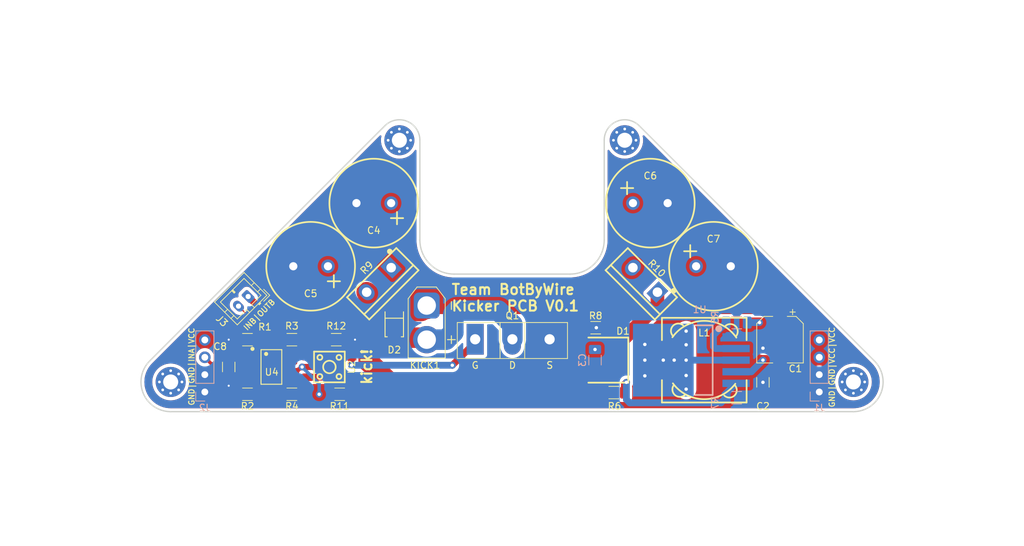
<source format=kicad_pcb>
(kicad_pcb (version 20240108) (generator "pcbnew") (generator_version "8.0")
  (layers (0 "F.Cu" signal) (31 "B.Cu" signal) (34 "B.Paste" user) (35 "F.Paste" user) (36 "B.SilkS" user "B.Silkscreen") (37 "F.SilkS" user "F.Silkscreen") (38 "B.Mask" user) (39 "F.Mask" user) (44 "Edge.Cuts" user))
  (net 0 "")
  (net 1 "VCC")
  (net 2 "GND")
  (net 3 "+48V")
  (net 4 "CAP_VCC")
  (net 5 "/OUTA")
  (net 6 "/INA")
  (net 7 "/INB")
  (net 8 "Net-(U4-~{OUTA})")
  (net 9 "Net-(U4-~{OUTB})")
  (net 10 "/OUTB")
  (net 13 "Net-(R11-Pad2)")
  (net 32 "Net-(D1-A-Pad1)")
  (net 33 "Net-(U1-EN)")
  (net 34 "/FB")
  (net 53 "Net-(D2-A)")
  (footprint "EasyEDA:CAP-TH_BD13.0-P5.00-D1.2-FD" (layer "F.Cu") (at -29.5 -21.295 180)
    (property "Reference" "C5" (at 0 -4 0) (layer "F.SilkS"))
    (property "Value" "1000uF")
    (fp_line (start -3.4 -3.1) (end -3.4 -1.3) (stroke (width 0.25)) (layer "F.SilkS"))
    (fp_line (start -4.3 -2.2) (end -2.5 -2.2) (stroke (width 0.25)) (layer "F.SilkS"))
    (fp_circle (center 0 0) (end 6.5 0) (stroke (width 0.25)) (fill none) (layer "F.SilkS"))
    (pad "1" thru_hole circle (at -2.54 0 180) (size 2 2) (drill 1.199896) (layers "*.Cu" "*.Mask") (net 4 "CAP_VCC"))
    (pad "2" thru_hole circle (at 2.54 0 180) (size 2 2) (drill 1.199896) (layers "*.Cu" "*.Mask") (net 2 "GND"))
  )
  (footprint "EasyEDA:SW-SMD_4P-L4.5-W4.5-P3.00-LS6.8" (layer "F.Cu") (at -26.75 -6.545)
    (property "Reference" "U2" (at 3.25 0 90) (layer "F.SilkS"))
    (property "Value" "TS4535TP 250GF 009")
    (fp_line (start -2.25 -2.25) (end 2.25 -2.25) (stroke (width 0.25)) (layer "F.SilkS"))
    (fp_line (start -2.25 2.25) (end -2.25 -2.25) (stroke (width 0.25)) (layer "F.SilkS"))
    (fp_line (start 2.25 -2.25) (end 2.25 2.25) (stroke (width 0.25)) (layer "F.SilkS"))
    (fp_line (start 2.25 2.25) (end -2.25 2.25) (stroke (width 0.25)) (layer "F.SilkS"))
    (fp_circle (center -1.4 -1.4) (end -1.04 -1.4) (stroke (width 0.25)) (fill none) (layer "F.SilkS"))
    (fp_circle (center -1.4 1.4) (end -1.04 1.4) (stroke (width 0.25)) (fill none) (layer "F.SilkS"))
    (fp_circle (center 0 0) (end 0.92 0) (stroke (width 0.25)) (fill none) (layer "F.SilkS"))
    (fp_circle (center 1.4 -1.4) (end 1.76 -1.4) (stroke (width 0.25)) (fill none) (layer "F.SilkS"))
    (fp_circle (center 1.4 1.4) (end 1.76 1.4) (stroke (width 0.25)) (fill none) (layer "F.SilkS"))
    (pad "1" smd rect (at -3.25 -1.5) (size 1.4 1.1) (layers "F.Cu" "F.Paste" "F.Mask") (net 5 "/OUTA"))
    (pad "2" smd rect (at 3.25 -1.5) (size 1.4 1.1) (layers "F.Cu" "F.Paste" "F.Mask") (net 5 "/OUTA"))
    (pad "3" smd rect (at -3.25 1.5) (size 1.4 1.1) (layers "F.Cu" "F.Paste" "F.Mask") (net 13 "Net-(R11-Pad2)"))
    (pad "4" smd rect (at 3.25 1.5) (size 1.4 1.1) (layers "F.Cu" "F.Paste" "F.Mask") (net 13 "Net-(R11-Pad2)"))
  )
  (footprint "Resistor_SMD:R_1206_3216Metric_Pad1.30x1.75mm_HandSolder" (layer "F.Cu") (at 12.25 -12.295)
    (property "Reference" "R8" (at 0 -1.75 180) (layer "F.SilkS"))
    (property "Value" "10kR")
    (fp_line (start -0.727064 -0.91) (end 0.727064 -0.91) (stroke (width 0.12)) (layer "F.SilkS"))
    (fp_line (start -0.727064 0.91) (end 0.727064 0.91) (stroke (width 0.12)) (layer "F.SilkS"))
    (pad "1" smd roundrect (at -1.55 0) (size 1.3 1.75) (layers "F.Cu" "F.Paste" "F.Mask") (roundrect_rratio 0.192308) (net 3 "+48V"))
    (pad "2" smd roundrect (at 1.55 0) (size 1.3 1.75) (layers "F.Cu" "F.Paste" "F.Mask") (roundrect_rratio 0.192308) (net 2 "GND"))
  )
  (footprint "EasyEDA:CAP-TH_BD13.0-P5.00-D1.2-FD" (layer "F.Cu") (at 29.5 -21.295)
    (property "Reference" "C7" (at 0 -4 0) (layer "F.SilkS"))
    (property "Value" "1000uF")
    (fp_line (start -4.3 -2.2) (end -2.5 -2.2) (stroke (width 0.25)) (layer "F.SilkS"))
    (fp_line (start -3.4 -3.1) (end -3.4 -1.3) (stroke (width 0.25)) (layer "F.SilkS"))
    (fp_circle (center 0 0) (end 6.5 0) (stroke (width 0.25)) (fill none) (layer "F.SilkS"))
    (pad "1" thru_hole circle (at -2.54 0) (size 2 2) (drill 1.199896) (layers "*.Cu" "*.Mask") (net 4 "CAP_VCC"))
    (pad "2" thru_hole circle (at 2.54 0) (size 2 2) (drill 1.199896) (layers "*.Cu" "*.Mask") (net 2 "GND"))
  )
  (footprint "EasyEDA:TO-220-2L_L10.2-W4.6-P5.08-L" (layer "F.Cu") (at -19.5 -19.295 -135)
    (property "Reference" "R9" (at 0 2.5 -135) (layer "F.SilkS"))
    (property "Value" "50R")
    (fp_line (start 5.100001 -3.1) (end 5.1 1.5) (stroke (width 0.25)) (layer "F.SilkS"))
    (fp_line (start 5.100001 -3.1) (end -5.100001 -3.1) (stroke (width 0.25)) (layer "F.SilkS"))
    (fp_line (start -5.1 1.5) (end 5.1 1.5) (stroke (width 0.25)) (layer "F.SilkS"))
    (fp_line (start -5.08 -2.03) (end 5.1 -2.03) (stroke (width 0.25)) (layer "F.SilkS"))
    (fp_line (start -5.100001 -3.1) (end -5.1 1.5) (stroke (width 0.25)) (layer "F.SilkS"))
    (fp_arc (start -4.07 1.83) (mid -4.07 1.83) (end -4.07 1.83) (stroke (width 0.4)) (layer "F.SilkS"))
    (pad "1" thru_hole rect (at -2.54 0 225) (size 2 2.5) (drill 1.399997) (layers "*.Cu" "*.Mask") (net 4 "CAP_VCC"))
    (pad "2" thru_hole oval (at 2.54 0 225) (size 2 2.5) (drill 1.399997) (layers "*.Cu" "*.Mask") (net 3 "+48V"))
  )
  (footprint "Resistor_SMD:R_1206_3216Metric_Pad1.30x1.75mm_HandSolder" (layer "F.Cu") (at 14.904764 -2.795)
    (property "Reference" "R6" (at 0.095236 2 180) (layer "F.SilkS"))
    (property "Value" "73.2kR")
    (fp_line (start -0.727064 -0.91) (end 0.727064 -0.91) (stroke (width 0.12)) (layer "F.SilkS"))
    (fp_line (start -0.727064 0.91) (end 0.727064 0.91) (stroke (width 0.12)) (layer "F.SilkS"))
    (pad "1" smd roundrect (at -1.55 0) (size 1.3 1.75) (layers "F.Cu" "F.Paste" "F.Mask") (roundrect_rratio 0.192308) (net 3 "+48V"))
    (pad "2" smd roundrect (at 1.55 0) (size 1.3 1.75) (layers "F.Cu" "F.Paste" "F.Mask") (roundrect_rratio 0.192308) (net 34 "/FB"))
  )
  (footprint "MountingHole:MountingHole_2.2mm_M2_Pad_Via" (layer "F.Cu") (at -16.50305 -39.75)
    (property "Reference" "H1" (hide yes))
    (property "Value" "MountingHole_Pad")
    (pad "1" thru_hole circle (at -1.65 0) (size 0.7 0.7) (drill 0.4) (layers "*.Cu" "*.Mask"))
    (pad "1" thru_hole circle (at -1.166726 -1.166726) (size 0.7 0.7) (drill 0.4) (layers "*.Cu" "*.Mask"))
    (pad "1" thru_hole circle (at -1.166726 1.166726) (size 0.7 0.7) (drill 0.4) (layers "*.Cu" "*.Mask"))
    (pad "1" thru_hole circle (at 0 -1.65) (size 0.7 0.7) (drill 0.4) (layers "*.Cu" "*.Mask"))
    (pad "1" thru_hole circle (at 0 0) (size 4.4 4.4) (drill 2.2) (layers "*.Cu" "*.Mask"))
    (pad "1" thru_hole circle (at 0 1.65) (size 0.7 0.7) (drill 0.4) (layers "*.Cu" "*.Mask"))
    (pad "1" thru_hole circle (at 1.166726 -1.166726) (size 0.7 0.7) (drill 0.4) (layers "*.Cu" "*.Mask"))
    (pad "1" thru_hole circle (at 1.166726 1.166726) (size 0.7 0.7) (drill 0.4) (layers "*.Cu" "*.Mask"))
    (pad "1" thru_hole circle (at 1.65 0) (size 0.7 0.7) (drill 0.4) (layers "*.Cu" "*.Mask"))
  )
  (footprint "MountingHole:MountingHole_2.2mm_M2_Pad_Via" (layer "F.Cu") (at 16.50305 -39.75)
    (property "Reference" "H2" (hide yes))
    (property "Value" "MountingHole_Pad")
    (pad "1" thru_hole circle (at -1.65 0) (size 0.7 0.7) (drill 0.4) (layers "*.Cu" "*.Mask"))
    (pad "1" thru_hole circle (at -1.166726 -1.166726) (size 0.7 0.7) (drill 0.4) (layers "*.Cu" "*.Mask"))
    (pad "1" thru_hole circle (at -1.166726 1.166726) (size 0.7 0.7) (drill 0.4) (layers "*.Cu" "*.Mask"))
    (pad "1" thru_hole circle (at 0 -1.65) (size 0.7 0.7) (drill 0.4) (layers "*.Cu" "*.Mask"))
    (pad "1" thru_hole circle (at 0 0) (size 4.4 4.4) (drill 2.2) (layers "*.Cu" "*.Mask"))
    (pad "1" thru_hole circle (at 0 1.65) (size 0.7 0.7) (drill 0.4) (layers "*.Cu" "*.Mask"))
    (pad "1" thru_hole circle (at 1.166726 -1.166726) (size 0.7 0.7) (drill 0.4) (layers "*.Cu" "*.Mask"))
    (pad "1" thru_hole circle (at 1.166726 1.166726) (size 0.7 0.7) (drill 0.4) (layers "*.Cu" "*.Mask"))
    (pad "1" thru_hole circle (at 1.65 0) (size 0.7 0.7) (drill 0.4) (layers "*.Cu" "*.Mask"))
  )
  (footprint "EasyEDA:SMAF_L3.5-W2.6-LS4.7-RD-1" (layer "F.Cu") (at -17.25 -12.795 -90)
    (property "Reference" "D2" (at 3.75 0 0) (layer "F.SilkS"))
    (property "Value" "S3MF")
    (fp_line (start -1.83 1.35) (end 1.83 1.35) (stroke (width 0.15)) (layer "F.SilkS"))
    (fp_line (start 1.83 1.03) (end 1.83 1.35) (stroke (width 0.15)) (layer "F.SilkS"))
    (fp_line (start -1.83 -1.35) (end 1.83 -1.35) (stroke (width 0.15)) (layer "F.SilkS"))
    (fp_line (start -0.89 -1.35) (end -0.89 1.35) (stroke (width 0.15)) (layer "F.SilkS"))
    (fp_line (start 1.83 -1.35) (end 1.83 -1.03) (stroke (width 0.15)) (layer "F.SilkS"))
    (pad "1" smd rect (at -1.96 0 90) (size 1.6 1.7) (layers "F.Cu" "F.Paste" "F.Mask") (net 4 "CAP_VCC"))
    (pad "2" smd rect (at 1.96 0 90) (size 1.6 1.7) (layers "F.Cu" "F.Paste" "F.Mask") (net 53 "Net-(D2-A)"))
  )
  (footprint "EasyEDA:SOIC-8_L4.9-W3.9-P1.27-LS6.0-BL" (layer "F.Cu") (at -35.25 -6.545 -90)
    (property "Reference" "U4" (at 0.75 -0.05 0) (layer "F.SilkS"))
    (property "Value" "TC4427AEOA713_C5804606")
    (fp_line (start -2.53 1.52) (end -2.53 -1.52) (stroke (width 0.15)) (layer "F.SilkS"))
    (fp_line (start 2.53 1.52) (end -2.53 1.52) (stroke (width 0.15)) (layer "F.SilkS"))
    (fp_line (start -2.53 -1.52) (end 2.53 -1.52) (stroke (width 0.15)) (layer "F.SilkS"))
    (fp_line (start 2.53 -1.52) (end 2.53 1.52) (stroke (width 0.15)) (layer "F.SilkS"))
    (fp_circle (center -2.65 2.77) (end -2.5 2.77) (stroke (width 0.3)) (fill none) (layer "F.SilkS"))
    (fp_circle (center -1.91 0.77) (end -1.76 0.77) (stroke (width 0.3)) (fill none) (layer "F.SilkS"))
    (pad "1" smd oval (at -1.91 2.77 270) (size 0.59 2.05) (layers "F.Cu" "F.Paste" "F.Mask"))
    (pad "2" smd oval (at -0.63 2.77 270) (size 0.59 2.05) (layers "F.Cu" "F.Paste" "F.Mask") (net 6 "/INA"))
    (pad "3" smd oval (at 0.63 2.77 270) (size 0.59 2.05) (layers "F.Cu" "F.Paste" "F.Mask") (net 2 "GND"))
    (pad "4" smd oval (at 1.9 2.77 270) (size 0.59 2.05) (layers "F.Cu" "F.Paste" "F.Mask") (net 7 "/INB"))
    (pad "5" smd oval (at 1.9 -2.77 270) (size 0.59 2.05) (layers "F.Cu" "F.Paste" "F.Mask") (net 9 "Net-(U4-~{OUTB})"))
    (pad "6" smd oval (at 0.63 -2.77 270) (size 0.59 2.05) (layers "F.Cu" "F.Paste" "F.Mask") (net 1 "VCC"))
    (pad "7" smd oval (at -0.63 -2.77 270) (size 0.59 2.05) (layers "F.Cu" "F.Paste" "F.Mask") (net 8 "Net-(U4-~{OUTA})"))
    (pad "8" smd oval (at -1.91 -2.77 270) (size 0.59 2.05) (layers "F.Cu" "F.Paste" "F.Mask"))
  )
  (footprint "EasyEDA:TO-252-3_L6.5-W5.9-P4.60-LS10.0-BL" (layer "F.Cu") (at 15.849764 -7.545 90)
    (property "Reference" "D1" (at 4.25 0.400236 180) (layer "F.SilkS"))
    (property "Value" "MBRD1045")
    (fp_line (start -3.3 -4.67) (end -3.3 1.17) (stroke (width 0.25)) (layer "F.SilkS"))
    (fp_line (start 3.31 1.17) (end 3.31 -4.67) (stroke (width 0.25)) (layer "F.SilkS"))
    (fp_line (start -3.3 1.17) (end 3.31 1.17) (stroke (width 0.25)) (layer "F.SilkS"))
    (pad "1" smd rect (at -2.3 3.6 180) (size 2.22 1.06) (layers "F.Cu" "F.Paste" "F.Mask") (net 32 "Net-(D1-A-Pad1)"))
    (pad "2" smd rect (at 0 -3.6 90) (size 6 7) (layers "F.Cu" "F.Paste" "F.Mask") (net 3 "+48V"))
    (pad "3" smd rect (at 2.3 3.6 180) (size 2.22 1.06) (layers "F.Cu" "F.Paste" "F.Mask") (net 32 "Net-(D1-A-Pad1)"))
  )
  (footprint "Resistor_SMD:R_1206_3216Metric_Pad1.30x1.75mm_HandSolder" (layer "F.Cu") (at -25.25 -2.545)
    (property "Reference" "R11" (at 0 1.75 0) (layer "F.SilkS"))
    (property "Value" "10R")
    (fp_line (start -0.727064 -0.91) (end 0.727064 -0.91) (stroke (width 0.12)) (layer "F.SilkS"))
    (fp_line (start -0.727064 0.91) (end 0.727064 0.91) (stroke (width 0.12)) (layer "F.SilkS"))
    (pad "1" smd roundrect (at -1.55 0) (size 1.3 1.75) (layers "F.Cu" "F.Paste" "F.Mask") (roundrect_rratio 0.192308) (net 1 "VCC"))
    (pad "2" smd roundrect (at 1.55 0) (size 1.3 1.75) (layers "F.Cu" "F.Paste" "F.Mask") (roundrect_rratio 0.192308) (net 13 "Net-(R11-Pad2)"))
  )
  (footprint "Connector_AMASS:AMASS_XT30U-F_1x02_P5.0mm_Vertical" (layer "F.Cu") (at -12.5 -15.545 -90)
    (property "Reference" "KICK1" (at 8.75 0.25 0) (layer "F.SilkS"))
    (property "Value" "XT30")
    (fp_line (start -1.01 2.71) (end 7.71 2.71) (stroke (width 0.12)) (layer "F.SilkS"))
    (fp_line (start -2.71 1.41) (end -1.01 2.71) (stroke (width 0.12)) (layer "F.SilkS"))
    (fp_line (start -2.71 -1.41) (end -2.71 1.41) (stroke (width 0.12)) (layer "F.SilkS"))
    (fp_line (start -2.71 -1.41) (end -1.01 -2.71) (stroke (width 0.12)) (layer "F.SilkS"))
    (fp_line (start -1.01 -2.71) (end 7.71 -2.71) (stroke (width 0.12)) (layer "F.SilkS"))
    (fp_line (start 7.71 -2.71) (end 7.71 2.71) (stroke (width 0.12)) (layer "F.SilkS"))
    (fp_text user "+" (at 5 -3.5 90) (layer "F.SilkS") (effects (font (size 1.5 1.5))))
    (fp_text user "-" (at 0 -3.5 90) (layer "F.SilkS") (effects (font (size 1.5 1.5))))
    (pad "1" thru_hole roundrect (at 0 0 270) (size 3.8 3.8) (drill 2.7) (layers "*.Cu" "*.Mask") (roundrect_rratio 0.2) (net 4 "CAP_VCC"))
    (pad "2" thru_hole circle (at 5 0 270) (size 4 4) (drill 2.7) (layers "*.Cu" "*.Mask") (net 53 "Net-(D2-A)"))
  )
  (footprint "Capacitor_SMD:CP_Elec_6.3x7.7" (layer "F.Cu") (at 39.25 -10.545 -90)
    (property "Reference" "C1" (at 4.25 -2.25 0) (layer "F.SilkS"))
    (property "Value" "100uF")
    (fp_line (start -2.345563 3.41) (end 3.41 3.41) (stroke (width 0.12)) (layer "F.SilkS"))
    (fp_line (start 3.41 3.41) (end 3.41 1.06) (stroke (width 0.12)) (layer "F.SilkS"))
    (fp_line (start -3.41 2.345563) (end -2.345563 3.41) (stroke (width 0.12)) (layer "F.SilkS"))
    (fp_line (start -3.41 2.345563) (end -3.41 1.06) (stroke (width 0.12)) (layer "F.SilkS"))
    (fp_line (start -4.4375 -1.8475) (end -3.65 -1.8475) (stroke (width 0.12)) (layer "F.SilkS"))
    (fp_line (start -4.04375 -2.24125) (end -4.04375 -1.45375) (stroke (width 0.12)) (layer "F.SilkS"))
    (fp_line (start -3.41 -2.345563) (end -3.41 -1.06) (stroke (width 0.12)) (layer "F.SilkS"))
    (fp_line (start -3.41 -2.345563) (end -2.345563 -3.41) (stroke (width 0.12)) (layer "F.SilkS"))
    (fp_line (start -2.345563 -3.41) (end 3.41 -3.41) (stroke (width 0.12)) (layer "F.SilkS"))
    (fp_line (start 3.41 -3.41) (end 3.41 -1.06) (stroke (width 0.12)) (layer "F.SilkS"))
    (pad "1" smd roundrect (at -2.7 0 270) (size 3.5 1.6) (layers "F.Cu" "F.Paste" "F.Mask") (roundrect_rratio 0.15625) (net 1 "VCC"))
    (pad "2" smd roundrect (at 2.7 0 270) (size 3.5 1.6) (layers "F.Cu" "F.Paste" "F.Mask") (roundrect_rratio 0.15625) (net 2 "GND"))
  )
  (footprint "EasyEDA:CAP-TH_BD13.0-P5.00-D1.2-FD" (layer "F.Cu") (at 20.25 -30.545)
    (property "Reference" "C6" (at 0 -4 0) (layer "F.SilkS"))
    (property "Value" "1000uF")
    (fp_line (start -4.3 -2.2) (end -2.5 -2.2) (stroke (width 0.25)) (layer "F.SilkS"))
    (fp_line (start -3.4 -3.1) (end -3.4 -1.3) (stroke (width 0.25)) (layer "F.SilkS"))
    (fp_circle (center 0 0) (end 6.5 0) (stroke (width 0.25)) (fill none) (layer "F.SilkS"))
    (pad "1" thru_hole circle (at -2.54 0) (size 2 2) (drill 1.199896) (layers "*.Cu" "*.Mask") (net 4 "CAP_VCC"))
    (pad "2" thru_hole circle (at 2.54 0) (size 2 2) (drill 1.199896) (layers "*.Cu" "*.Mask") (net 2 "GND"))
  )
  (footprint "Capacitor_SMD:C_1206_3216Metric_Pad1.33x1.80mm_HandSolder" (layer "F.Cu") (at -41.5 -6.545 90)
    (property "Reference" "C8" (at 3 -1.25 0) (layer "F.SilkS"))
    (property "Value" "4.7uF")
    (fp_line (start -0.711252 -0.91) (end 0.711252 -0.91) (stroke (width 0.12)) (layer "F.SilkS"))
    (fp_line (start -0.711252 0.91) (end 0.711252 0.91) (stroke (width 0.12)) (layer "F.SilkS"))
    (pad "1" smd roundrect (at -1.5625 0 90) (size 1.325 1.8) (layers "F.Cu" "F.Paste" "F.Mask") (roundrect_rratio 0.188679) (net 2 "GND"))
    (pad "2" smd roundrect (at 1.5625 0 90) (size 1.325 1.8) (layers "F.Cu" "F.Paste" "F.Mask") (roundrect_rratio 0.188679) (net 1 "VCC"))
  )
  (footprint "Resistor_SMD:R_1206_3216Metric_Pad1.30x1.75mm_HandSolder" (layer "F.Cu") (at -32.25 -2.545)
    (property "Reference" "R4" (at 0 1.75 180) (layer "F.SilkS"))
    (property "Value" "10R")
    (fp_line (start -0.727064 -0.91) (end 0.727064 -0.91) (stroke (width 0.12)) (layer "F.SilkS"))
    (fp_line (start -0.727064 0.91) (end 0.727064 0.91) (stroke (width 0.12)) (layer "F.SilkS"))
    (pad "1" smd roundrect (at -1.55 0) (size 1.3 1.75) (layers "F.Cu" "F.Paste" "F.Mask") (roundrect_rratio 0.192308) (net 10 "/OUTB"))
    (pad "2" smd roundrect (at 1.55 0) (size 1.3 1.75) (layers "F.Cu" "F.Paste" "F.Mask") (roundrect_rratio 0.192308) (net 9 "Net-(U4-~{OUTB})"))
  )
  (footprint "EasyEDA:CAP-TH_BD13.0-P5.00-D1.2-FD" (layer "F.Cu") (at -20.25 -30.545 180)
    (property "Reference" "C4" (at 0 -4 0) (layer "F.SilkS"))
    (property "Value" "1000uF")
    (fp_line (start -3.4 -3.1) (end -3.4 -1.3) (stroke (width 0.25)) (layer "F.SilkS"))
    (fp_line (start -4.3 -2.2) (end -2.5 -2.2) (stroke (width 0.25)) (layer "F.SilkS"))
    (fp_circle (center 0 0) (end 6.5 0) (stroke (width 0.25)) (fill none) (layer "F.SilkS"))
    (pad "1" thru_hole circle (at -2.54 0 180) (size 2 2) (drill 1.199896) (layers "*.Cu" "*.Mask") (net 4 "CAP_VCC"))
    (pad "2" thru_hole circle (at 2.54 0 180) (size 2 2) (drill 1.199896) (layers "*.Cu" "*.Mask") (net 2 "GND"))
  )
  (footprint "Connector_JST:JST_PH_B2B-PH-K_1x02_P2.00mm_Vertical" (layer "F.Cu") (at -38.653984 -16.863198 -135)
    (property "Reference" "J3" (at 5.242641 0.196447 135) (layer "F.SilkS"))
    (property "Value" "Conn_01x02")
    (fp_line (start 4.06 2.91) (end 4.06 -1.81) (stroke (width 0.12)) (layer "F.SilkS"))
    (fp_line (start 3.45 2.3) (end 3.45 -1.200001) (stroke (width 0.12)) (layer "F.SilkS"))
    (fp_line (start 4.06 0.8) (end 3.45 0.8) (stroke (width 0.12)) (layer "F.SilkS"))
    (fp_line (start 4.06 -0.5) (end 3.45 -0.5) (stroke (width 0.12)) (layer "F.SilkS"))
    (fp_line (start 1 2.3) (end 1 1.8) (stroke (width 0.12)) (layer "F.SilkS"))
    (fp_line (start 0.900001 2.3) (end 0.9 1.8) (stroke (width 0.12)) (layer "F.SilkS"))
    (fp_line (start 1.1 1.8) (end 1.1 2.3) (stroke (width 0.12)) (layer "F.SilkS"))
    (fp_line (start 0.9 1.8) (end 1.1 1.8) (stroke (width 0.12)) (layer "F.SilkS"))
    (fp_line (start 3.45 -1.200001) (end 1.5 -1.2) (stroke (width 0.12)) (layer "F.SilkS"))
    (fp_line (start 4.06 -1.81) (end -2.06 -1.81) (stroke (width 0.12)) (layer "F.SilkS"))
    (fp_line (start -2.06 2.91) (end 4.06 2.91) (stroke (width 0.12)) (layer "F.SilkS"))
    (fp_line (start -1.45 2.3) (end 3.45 2.3) (stroke (width 0.12)) (layer "F.SilkS"))
    (fp_line (start 1.5 -1.2) (end 1.5 -1.81) (stroke (width 0.12)) (layer "F.SilkS"))
    (fp_line (start 0.5 -1.200001) (end -1.45 -1.2) (stroke (width 0.12)) (layer "F.SilkS"))
    (fp_line (start -2.06 0.799999) (end -1.45 0.8) (stroke (width 0.12)) (layer "F.SilkS"))
    (fp_line (start 0.5 -1.81) (end 0.5 -1.200001) (stroke (width 0.12)) (layer "F.SilkS"))
    (fp_line (start -0.3 -1.81) (end -0.3 -2.010001) (stroke (width 0.12)) (layer "F.SilkS"))
    (fp_line (start -0.3 -1.91) (end -0.6 -1.91) (stroke (width 0.12)) (layer "F.SilkS"))
    (fp_line (start -0.3 -2.010001) (end -0.6 -2.010001) (stroke (width 0.12)) (layer "F.SilkS"))
    (fp_line (start -2.06 -0.499999) (end -1.45 -0.5) (stroke (width 0.12)) (layer "F.SilkS"))
    (fp_line (start -0.6 -2.010001) (end -0.6 -1.81) (stroke (width 0.12)) (layer "F.SilkS"))
    (fp_line (start -1.45 -1.2) (end -1.45 2.3) (stroke (width 0.12)) (layer "F.SilkS"))
    (fp_line (start -1.11 -2.11) (end -2.36 -2.11) (stroke (width 0.12)) (layer "F.SilkS"))
    (fp_line (start -2.06 -1.81) (end -2.06 2.91) (stroke (width 0.12)) (layer "F.SilkS"))
    (fp_line (start -2.36 -2.11) (end -2.36 -0.86) (stroke (width 0.12)) (layer "F.SilkS"))
    (pad "1" thru_hole roundrect (at 0 0 225) (size 1.2 1.75) (drill 0.75) (layers "*.Cu" "*.Mask") (roundrect_rratio 0.208333) (net 10 "/OUTB"))
    (pad "2" thru_hole oval (at 2.000001 0 225) (size 1.2 1.75) (drill 0.75) (layers "*.Cu" "*.Mask") (net 7 "/INB"))
  )
  (footprint "Capacitor_SMD:C_1206_3216Metric_Pad1.33x1.80mm_HandSolder" (layer "F.Cu") (at 36.75 -4.295 90)
    (property "Reference" "C2" (at -3.5 0 180) (layer "F.SilkS"))
    (property "Value" "1uF")
    (fp_line (start -0.711252 -0.91) (end 0.711252 -0.91) (stroke (width 0.12)) (layer "F.SilkS"))
    (fp_line (start -0.711252 0.91) (end 0.711252 0.91) (stroke (width 0.12)) (layer "F.SilkS"))
    (pad "1" smd roundrect (at -1.5625 0 90) (size 1.325 1.8) (layers "F.Cu" "F.Paste" "F.Mask") (roundrect_rratio 0.188679) (net 2 "GND"))
    (pad "2" smd roundrect (at 1.5625 0 90) (size 1.325 1.8) (layers "F.Cu" "F.Paste" "F.Mask") (roundrect_rratio 0.188679) (net 1 "VCC"))
  )
  (footprint "MountingHole:MountingHole_2.2mm_M2_Pad_Via" (layer "F.Cu") (at -50 -4.34924)
    (property "Reference" "H3" (hide yes))
    (property "Value" "MountingHole_Pad")
    (pad "1" thru_hole circle (at -1.65 0) (size 0.7 0.7) (drill 0.4) (layers "*.Cu" "*.Mask"))
    (pad "1" thru_hole circle (at -1.166726 -1.166726) (size 0.7 0.7) (drill 0.4) (layers "*.Cu" "*.Mask"))
    (pad "1" thru_hole circle (at -1.166726 1.166726) (size 0.7 0.7) (drill 0.4) (layers "*.Cu" "*.Mask"))
    (pad "1" thru_hole circle (at 0 -1.65) (size 0.7 0.7) (drill 0.4) (layers "*.Cu" "*.Mask"))
    (pad "1" thru_hole circle (at 0 0) (size 4.4 4.4) (drill 2.2) (layers "*.Cu" "*.Mask"))
    (pad "1" thru_hole circle (at 0 1.65) (size 0.7 0.7) (drill 0.4) (layers "*.Cu" "*.Mask"))
    (pad "1" thru_hole circle (at 1.166726 -1.166726) (size 0.7 0.7) (drill 0.4) (layers "*.Cu" "*.Mask"))
    (pad "1" thru_hole circle (at 1.166726 1.166726) (size 0.7 0.7) (drill 0.4) (layers "*.Cu" "*.Mask"))
    (pad "1" thru_hole circle (at 1.65 0) (size 0.7 0.7) (drill 0.4) (layers "*.Cu" "*.Mask"))
  )
  (footprint "Resistor_SMD:R_1206_3216Metric_Pad1.30x1.75mm_HandSolder" (layer "F.Cu") (at -32.25 -10.545)
    (property "Reference" "R3" (at 0 -2 180) (layer "F.SilkS"))
    (property "Value" "10R")
    (fp_line (start -0.727064 -0.91) (end 0.727064 -0.91) (stroke (width 0.12)) (layer "F.SilkS"))
    (fp_line (start -0.727064 0.91) (end 0.727064 0.91) (stroke (width 0.12)) (layer "F.SilkS"))
    (pad "1" smd roundrect (at -1.55 0) (size 1.3 1.75) (layers "F.Cu" "F.Paste" "F.Mask") (roundrect_rratio 0.192308) (net 8 "Net-(U4-~{OUTA})"))
    (pad "2" smd roundrect (at 1.55 0) (size 1.3 1.75) (layers "F.Cu" "F.Paste" "F.Mask") (roundrect_rratio 0.192308) (net 5 "/OUTA"))
  )
  (footprint "EasyEDA:TO-220-2L_L10.2-W4.6-P5.08-L" (layer "F.Cu") (at 19.5 -19.295 135)
    (property "Reference" "R10" (at 0 2.4025 135) (layer "F.SilkS"))
    (property "Value" "50R")
    (fp_line (start 5.100001 -3.1) (end 5.1 1.5) (stroke (width 0.25)) (layer "F.SilkS"))
    (fp_line (start 5.100001 -3.1) (end -5.100001 -3.1) (stroke (width 0.25)) (layer "F.SilkS"))
    (fp_line (start -5.100001 -3.1) (end -5.1 1.5) (stroke (width 0.25)) (layer "F.SilkS"))
    (fp_line (start -5.08 -2.03) (end 5.1 -2.03) (stroke (width 0.25)) (layer "F.SilkS"))
    (fp_line (start -5.1 1.5) (end 5.1 1.5) (stroke (width 0.25)) (layer "F.SilkS"))
    (fp_arc (start -4.07 1.83) (mid -4.07 1.83) (end -4.07 1.83) (stroke (width 0.4)) (layer "F.SilkS"))
    (pad "1" thru_hole rect (at -2.54 0 135) (size 2 2.5) (drill 1.399997) (layers "*.Cu" "*.Mask") (net 3 "+48V"))
    (pad "2" thru_hole oval (at 2.54 0 135) (size 2 2.5) (drill 1.399997) (layers "*.Cu" "*.Mask") (net 4 "CAP_VCC"))
  )
  (footprint "MountingHole:MountingHole_2.2mm_M2_Pad_Via" (layer "F.Cu") (at 50 -4.34924)
    (property "Reference" "H4" (hide yes))
    (property "Value" "MountingHole_Pad")
    (pad "1" thru_hole circle (at -1.65 0) (size 0.7 0.7) (drill 0.4) (layers "*.Cu" "*.Mask"))
    (pad "1" thru_hole circle (at -1.166726 -1.166726) (size 0.7 0.7) (drill 0.4) (layers "*.Cu" "*.Mask"))
    (pad "1" thru_hole circle (at -1.166726 1.166726) (size 0.7 0.7) (drill 0.4) (layers "*.Cu" "*.Mask"))
    (pad "1" thru_hole circle (at 0 -1.65) (size 0.7 0.7) (drill 0.4) (layers "*.Cu" "*.Mask"))
    (pad "1" thru_hole circle (at 0 0) (size 4.4 4.4) (drill 2.2) (layers "*.Cu" "*.Mask"))
    (pad "1" thru_hole circle (at 0 1.65) (size 0.7 0.7) (drill 0.4) (layers "*.Cu" "*.Mask"))
    (pad "1" thru_hole circle (at 1.166726 -1.166726) (size 0.7 0.7) (drill 0.4) (layers "*.Cu" "*.Mask"))
    (pad "1" thru_hole circle (at 1.166726 1.166726) (size 0.7 0.7) (drill 0.4) (layers "*.Cu" "*.Mask"))
    (pad "1" thru_hole circle (at 1.65 0) (size 0.7 0.7) (drill 0.4) (layers "*.Cu" "*.Mask"))
  )
  (footprint "EasyEDA:IND-SMD_L12.3-W12.3" (layer "F.Cu") (at 28.154764 -7.545)
    (property "Reference" "L1" (at 0 -4 0) (layer "F.SilkS"))
    (property "Value" "SMDRI127-470MT")
    (fp_line (start -6.2 -6.2) (end -6.2 -2.93) (stroke (width 0.25)) (layer "F.SilkS"))
    (fp_line (start -6.2 -6.2) (end 6.2 -6.2) (stroke (width 0.25)) (layer "F.SilkS"))
    (fp_line (start -6.2 2.93) (end -6.2 6.2) (stroke (width 0.25)) (layer "F.SilkS"))
    (fp_line (start -6.2 6.2) (end 6.2 6.2) (stroke (width 0.25)) (layer "F.SilkS"))
    (fp_line (start 6.2 -2.93) (end 6.2 -6.2) (stroke (width 0.25)) (layer "F.SilkS"))
    (fp_line (start 6.2 6.2) (end 6.2 2.93) (stroke (width 0.25)) (layer "F.SilkS"))
    (fp_arc (start -4.67 -3.35) (mid 0.028307 -5.751402) (end 4.702706 -3.30379) (stroke (width 0.25)) (layer "F.SilkS"))
    (fp_arc (start -4.541273 -3.497112) (mid -4.60171 -5.000875) (end -3.1 -5.1) (stroke (width 0.25)) (layer "F.SilkS"))
    (fp_arc (start -2.768116 5.014047) (mid -4.210815 5.176269) (end -4.53 3.76) (stroke (width 0.25)) (layer "F.SilkS"))
    (fp_arc (start 3.086836 -4.998543) (mid 4.552024 -4.999588) (end 4.68 -3.54) (stroke (width 0.25)) (layer "F.SilkS"))
    (fp_arc (start 4.499953 3.6939) (mid 4.423873 5.185846) (end 2.93 5.18) (stroke (width 0.25)) (layer "F.SilkS"))
    (fp_arc (start 4.55 3.46) (mid -0.036493 5.71601) (end -4.593807 3.401622) (stroke (width 0.25)) (layer "F.SilkS"))
    (pad "1" smd rect (at -5.45 0) (size 2.9 5.4) (layers "F.Cu" "F.Paste" "F.Mask") (net 32 "Net-(D1-A-Pad1)"))
    (pad "2" smd rect (at 5.45 0) (size 2.9 5.4) (layers "F.Cu" "F.Paste" "F.Mask") (net 1 "VCC"))
  )
  (footprint "Resistor_SMD:R_1206_3216Metric_Pad1.30x1.75mm_HandSolder" (layer "F.Cu") (at -38.75 -10.545)
    (property "Reference" "R1" (at 2.55 -1.855 0) (layer "F.SilkS"))
    (property "Value" "10kR")
    (fp_line (start -0.727064 -0.91) (end 0.727064 -0.91) (stroke (width 0.12)) (layer "F.SilkS"))
    (fp_line (start -0.727064 0.91) (end 0.727064 0.91) (stroke (width 0.12)) (layer "F.SilkS"))
    (pad "1" smd roundrect (at -1.55 0) (size 1.3 1.75) (layers "F.Cu" "F.Paste" "F.Mask") (roundrect_rratio 0.192308) (net 2 "GND"))
    (pad "2" smd roundrect (at 1.55 0) (size 1.3 1.75) (layers "F.Cu" "F.Paste" "F.Mask") (roundrect_rratio 0.192308) (net 6 "/INA"))
  )
  (footprint "PCM_Package_TO_SOT_THT_AKL:TO-247-3_Vertical_GDS" (layer "F.Cu") (at -5.4 -10.6)
    (property "Reference" "Q1" (at 5.45 -3.45 0) (layer "F.SilkS"))
    (property "Value" "IRFP260N" (hide yes))
    (fp_line (start -2.62 -2.451) (end -2.62 2.82) (stroke (width 0.12)) (layer "F.SilkS"))
    (fp_line (start -2.62 -2.451) (end 13.52 -2.451) (stroke (width 0.12)) (layer "F.SilkS"))
    (fp_line (start -2.62 2.82) (end 13.52 2.82) (stroke (width 0.12)) (layer "F.SilkS"))
    (fp_line (start 3.646 -2.451) (end 3.646 2.82) (stroke (width 0.12)) (layer "F.SilkS"))
    (fp_line (start 7.255 -2.451) (end 7.255 2.82) (stroke (width 0.12)) (layer "F.SilkS"))
    (fp_line (start 13.52 -2.451) (end 13.52 2.82) (stroke (width 0.12)) (layer "F.SilkS"))
    (fp_text user "S" (at 10.922 3.81 0) (layer "F.SilkS"))
    (fp_text user "G" (at 0 3.81 0) (layer "F.SilkS"))
    (fp_text user "D" (at 5.461 3.81 0) (layer "F.SilkS"))
    (pad "1" thru_hole rect (at 0 0) (size 2.5 4.5) (drill 1.5) (layers "*.Cu" "*.Mask") (net 5 "/OUTA"))
    (pad "2" thru_hole oval (at 5.45 0) (size 2.5 4.5) (drill 1.5) (layers "*.Cu" "*.Mask") (net 53 "Net-(D2-A)"))
    (pad "3" thru_hole oval (at 10.9 0) (size 2.5 4.5) (drill 1.5) (layers "*.Cu" "*.Mask") (net 2 "GND"))
  )
  (footprint "Resistor_SMD:R_1206_3216Metric_Pad1.30x1.75mm_HandSolder" (layer "F.Cu") (at -38.75 -2.545)
    (property "Reference" "R2" (at 0 1.75 180) (layer "F.SilkS"))
    (property "Value" "10kR")
    (fp_line (start -0.727064 -0.91) (end 0.727064 -0.91) (stroke (width 0.12)) (layer "F.SilkS"))
    (fp_line (start -0.727064 0.91) (end 0.727064 0.91) (stroke (width 0.12)) (layer "F.SilkS"))
    (pad "1" smd roundrect (at -1.55 0) (size 1.3 1.75) (layers "F.Cu" "F.Paste" "F.Mask") (roundrect_rratio 0.192308) (net 2 "GND"))
    (pad "2" smd roundrect (at 1.55 0) (size 1.3 1.75) (layers "F.Cu" "F.Paste" "F.Mask") (roundrect_rratio 0.192308) (net 7 "/INB"))
  )
  (footprint "Resistor_SMD:R_1206_3216Metric_Pad1.30x1.75mm_HandSolder" (layer "F.Cu") (at -25.75 -10.545 180)
    (property "Reference" "R12" (at 0 2 0) (layer "F.SilkS"))
    (property "Value" "10kR")
    (fp_line (start -0.727064 0.91) (end 0.727064 0.91) (stroke (width 0.12)) (layer "F.SilkS"))
    (fp_line (start -0.727064 -0.91) (end 0.727064 -0.91) (stroke (width 0.12)) (layer "F.SilkS"))
    (pad "1" smd roundrect (at -1.55 0 180) (size 1.3 1.75) (layers "F.Cu" "F.Paste" "F.Mask") (roundrect_rratio 0.192308) (net 2 "GND"))
    (pad "2" smd roundrect (at 1.55 0 180) (size 1.3 1.75) (layers "F.Cu" "F.Paste" "F.Mask") (roundrect_rratio 0.192308) (net 5 "/OUTA"))
  )
  (footprint "Connector_PinHeader_2.54mm:PinHeader_1x04_P2.54mm_Vertical" (layer "B.Cu") (at 45 -2.88)
    (property "Reference" "J1" (at 0 2.33 0) (layer "B.SilkS") (effects (justify mirror)))
    (property "Value" "Conn_01x04")
    (fp_line (start -1.33 -8.95) (end -1.33 -1.27) (stroke (width 0.12)) (layer "B.SilkS"))
    (fp_line (start -1.33 1.33) (end -1.33 0) (stroke (width 0.12)) (layer "B.SilkS"))
    (fp_line (start 0 1.33) (end -1.33 1.33) (stroke (width 0.12)) (layer "B.SilkS"))
    (fp_line (start 1.33 -8.95) (end -1.33 -8.95) (stroke (width 0.12)) (layer "B.SilkS"))
    (fp_line (start 1.33 -8.95) (end 1.33 -1.27) (stroke (width 0.12)) (layer "B.SilkS"))
    (fp_line (start 1.33 -1.27) (end -1.33 -1.27) (stroke (width 0.12)) (layer "B.SilkS"))
    (pad "1" thru_hole rect (at 0 0) (size 1.7 1.7) (drill 1) (layers "*.Cu" "*.Mask") (net 2 "GND"))
    (pad "2" thru_hole oval (at 0 -2.54) (size 1.7 1.7) (drill 1) (layers "*.Cu" "*.Mask") (net 2 "GND"))
    (pad "3" thru_hole oval (at 0 -5.08) (size 1.7 1.7) (drill 1) (layers "*.Cu" "*.Mask") (net 1 "VCC"))
    (pad "4" thru_hole oval (at 0 -7.62) (size 1.7 1.7) (drill 1) (layers "*.Cu" "*.Mask") (net 1 "VCC"))
  )
  (footprint "Resistor_SMD:R_1206_3216Metric_Pad1.30x1.75mm_HandSolder" (layer "B.Cu") (at 32.904764 -2.045)
    (property "Reference" "R7" (at -3.154764 0.75 90) (layer "B.SilkS") (effects (justify mirror)))
    (property "Value" "2kR")
    (fp_line (start 0.727064 -0.91) (end -0.727064 -0.91) (stroke (width 0.12)) (layer "B.SilkS"))
    (fp_line (start 0.727064 0.91) (end -0.727064 0.91) (stroke (width 0.12)) (layer "B.SilkS"))
    (pad "1" smd roundrect (at -1.55 0) (size 1.3 1.75) (layers "B.Cu" "B.Paste" "B.Mask") (roundrect_rratio 0.192308) (net 34 "/FB"))
    (pad "2" smd roundrect (at 1.55 0) (size 1.3 1.75) (layers "B.Cu" "B.Paste" "B.Mask") (roundrect_rratio 0.192308) (net 2 "GND"))
  )
  (footprint "Capacitor_SMD:C_1206_3216Metric_Pad1.33x1.80mm_HandSolder" (layer "B.Cu") (at 12.154764 -7.545 -90)
    (property "Reference" "C3" (at 0 1.85 90) (layer "B.SilkS") (effects (justify mirror)))
    (property "Value" "1uF")
    (fp_line (start 0.711252 0.91) (end -0.711252 0.91) (stroke (width 0.12)) (layer "B.SilkS"))
    (fp_line (start 0.711252 -0.91) (end -0.711252 -0.91) (stroke (width 0.12)) (layer "B.SilkS"))
    (pad "1" smd roundrect (at -1.5625 0 270) (size 1.325 1.8) (layers "B.Cu" "B.Paste" "B.Mask") (roundrect_rratio 0.188679) (net 3 "+48V"))
    (pad "2" smd roundrect (at 1.5625 0 270) (size 1.325 1.8) (layers "B.Cu" "B.Paste" "B.Mask") (roundrect_rratio 0.188679) (net 2 "GND"))
  )
  (footprint "Resistor_SMD:R_1206_3216Metric_Pad1.30x1.75mm_HandSolder" (layer "B.Cu") (at 32.904764 -13.045)
    (property "Reference" "R5" (at -3.154764 -0.75 90) (layer "B.SilkS") (effects (justify mirror)))
    (property "Value" "10k")
    (fp_line (start 0.727064 -0.91) (end -0.727064 -0.91) (stroke (width 0.12)) (layer "B.SilkS"))
    (fp_line (start 0.727064 0.91) (end -0.727064 0.91) (stroke (width 0.12)) (layer "B.SilkS"))
    (pad "1" smd roundrect (at -1.55 0) (size 1.3 1.75) (layers "B.Cu" "B.Paste" "B.Mask") (roundrect_rratio 0.192308) (net 33 "Net-(U1-EN)"))
    (pad "2" smd roundrect (at 1.55 0) (size 1.3 1.75) (layers "B.Cu" "B.Paste" "B.Mask") (roundrect_rratio 0.192308) (net 1 "VCC"))
  )
  (footprint "Connector_PinHeader_2.54mm:PinHeader_1x04_P2.54mm_Vertical" (layer "B.Cu") (at -45 -2.88)
    (property "Reference" "J2" (at 0 2.33 0) (layer "B.SilkS") (effects (justify mirror)))
    (property "Value" "Conn_01x04")
    (fp_line (start -1.33 -8.95) (end -1.33 -1.27) (stroke (width 0.12)) (layer "B.SilkS"))
    (fp_line (start -1.33 1.33) (end -1.33 0) (stroke (width 0.12)) (layer "B.SilkS"))
    (fp_line (start 0 1.33) (end -1.33 1.33) (stroke (width 0.12)) (layer "B.SilkS"))
    (fp_line (start 1.33 -8.95) (end -1.33 -8.95) (stroke (width 0.12)) (layer "B.SilkS"))
    (fp_line (start 1.33 -8.95) (end 1.33 -1.27) (stroke (width 0.12)) (layer "B.SilkS"))
    (fp_line (start 1.33 -1.27) (end -1.33 -1.27) (stroke (width 0.12)) (layer "B.SilkS"))
    (pad "1" thru_hole rect (at 0 0) (size 1.7 1.7) (drill 1) (layers "*.Cu" "*.Mask") (net 2 "GND"))
    (pad "2" thru_hole oval (at 0 -2.54) (size 1.7 1.7) (drill 1) (layers "*.Cu" "*.Mask") (net 2 "GND"))
    (pad "3" thru_hole oval (at 0 -5.08) (size 1.7 1.7) (drill 1) (layers "*.Cu" "*.Mask") (net 6 "/INA"))
    (pad "4" thru_hole oval (at 0 -7.62) (size 1.7 1.7) (drill 1) (layers "*.Cu" "*.Mask") (net 1 "VCC"))
  )
  (footprint "EasyEDA:TO-263-5_L10.2-W9.9-P1.70-LS14.4-TL" (layer "B.Cu") (at 27.484764 -7.545 180)
    (property "Reference" "U1" (at 0 7.4 0) (layer "B.SilkS") (effects (justify mirror)))
    (property "Value" "XL6019E1")
    (fp_line (start 0.65 5.1) (end 0.6 5.1) (stroke (width 0.25)) (layer "B.SilkS"))
    (fp_line (start 0.65 -5.1) (end -1.9 -5.1) (stroke (width 0.25)) (layer "B.SilkS"))
    (fp_line (start -1.9 5.1) (end 0.6 5.1) (stroke (width 0.25)) (layer "B.SilkS"))
    (fp_line (start -1.9 -5.1) (end -1.9 5.1) (stroke (width 0.25)) (layer "B.SilkS"))
    (fp_circle (center -2.8 4.6) (end -2.55 4.6) (stroke (width 0.5)) (fill none) (layer "B.SilkS"))
    (pad "1" smd rect (at -5.33 3.4 180) (size 4 1.07) (layers "B.Cu" "B.Paste" "B.Mask") (net 2 "GND"))
    (pad "2" smd rect (at -5.33 1.7 180) (size 4 1.07) (layers "B.Cu" "B.Paste" "B.Mask") (net 33 "Net-(U1-EN)"))
    (pad "3" smd rect (at -5.33 0 180) (size 4 1.07) (layers "B.Cu" "B.Paste" "B.Mask") (net 32 "Net-(D1-A-Pad1)"))
    (pad "4" smd rect (at -5.33 -1.7 180) (size 4 1.07) (layers "B.Cu" "B.Paste" "B.Mask") (net 1 "VCC"))
    (pad "5" smd rect (at -5.33 -3.4 180) (size 4 1.07) (layers "B.Cu" "B.Paste" "B.Mask") (net 34 "/FB"))
    (pad "6" smd rect (at 5.33 0 270) (size 10.66 8.89) (layers "B.Cu" "B.Paste" "B.Mask") (net 32 "Net-(D1-A-Pad1)"))
  )
  (gr_arc (start 13.499999 -25.150979) (mid 12.035532 -21.615449) (end 8.499999 -20.150982) (stroke (width 0.2)) (layer "Edge.Cuts"))
  (gr_line (start 18.626524 -41.873475) (end 53.075405 -7.424595) (stroke (width 0.2)) (layer "Edge.Cuts"))
  (gr_arc (start -18.626525 -41.873476) (mid -15.353832 -42.524455) (end -13.500001 -39.75) (stroke (width 0.2)) (layer "Edge.Cuts"))
  (gr_arc (start -8.500001 -20.150982) (mid -12.035535 -21.615448) (end -13.500001 -25.150981) (stroke (width 0.2)) (layer "Edge.Cuts"))
  (gr_line (start -13.500001 -39.75) (end -13.500001 -25.150981) (stroke (width 0.2)) (layer "Edge.Cuts"))
  (gr_arc (start 13.499999 -39.749999) (mid 15.353831 -42.524455) (end 18.626524 -41.873475) (stroke (width 0.2)) (layer "Edge.Cuts"))
  (gr_arc (start -50 0) (mid -54.018177 -2.68486) (end -53.075379 -7.424623) (stroke (width 0.2)) (layer "Edge.Cuts"))
  (gr_line (start 13.499999 -39.749999) (end 13.499999 -25.150979) (stroke (width 0.2)) (layer "Edge.Cuts"))
  (gr_line (start -53.075379 -7.424623) (end -18.626525 -41.873476) (stroke (width 0.2)) (layer "Edge.Cuts"))
  (gr_arc (start 53.075405 -7.424595) (mid 54.018191 -2.684834) (end 49.999999 0) (stroke (width 0.2)) (layer "Edge.Cuts"))
  (gr_line (start 8.499999 -20.150982) (end -8.500001 -20.150982) (stroke (width 0.2)) (layer "Edge.Cuts"))
  (gr_line (start 49.999999 0) (end -50 0) (stroke (width 0.2)) (layer "Edge.Cuts"))
  (gr_text "Team BotByWire\nKicker PCB V0.1" (at -9 -14.6 0) (layer "F.SilkS") (effects (font (size 1.5 1.5) (thickness 0.3) (bold yes)) (justify left bottom)))
  (gr_text "kick!" (at -20.4 -3.8 90) (layer "F.SilkS") (effects (font (size 1.5 1.5) (thickness 0.3) (bold yes)) (justify left bottom)))
  (gr_text_box "GND|GND|INA|VCC" (start -48 -1.475) (end -46.6 -11.725) (angle 90) (layer "F.SilkS") (effects (font (size 0.8 0.8) (thickness 0.15) (bold yes)) (justify top)) (border no))
  (gr_text_box "INB|OUTB" (pts (xy -39.215179 -13.564719) (xy -36.386752 -16.393146) (xy -35.396802 -15.403197) (xy -38.22523 -12.57477)) (angle 45) (layer "F.SilkS") (effects (font (size 0.8 0.8) (thickness 0.15) (bold yes)) (justify top)) (border no) (stroke (width 0.1)))
  (gr_text_box "GND|GND|VCC|VCC" (start 45.8 0.05) (end 47.2 -10.45) (angle 90) (layer "F.SilkS") (effects (font (size 0.8 0.8) (thickness 0.15) (bold yes)) (justify left top)) (border no))
  (segment (start 37.4375 -5.8575) (end 38.25 -5.045) (width 1) (layer "F.Cu") (net 1))
  (segment (start -31.545 -5.915) (end -30.915 -6.545) (width 0.5) (layer "F.Cu") (net 1))
  (segment (start -26.8 -2.545) (end -28.25 -2.545) (width 0.5) (layer "F.Cu") (net 1))
  (segment (start 36.75 -5.8575) (end 37.4375 -5.8575) (width 1) (layer "F.Cu") (net 1))
  (segment (start -30.915 -6.545) (end -30.75 -6.545) (width 0.5) (layer "F.Cu") (net 1))
  (segment (start -32.48 -5.915) (end -31.545 -5.915) (width 0.5) (layer "F.Cu") (net 1))
  (via (at 36.25 -13.045) (size 1) (drill 0.5) (layers "F.Cu" "B.Cu") (net 1))
  (via (at -30.75 -6.545) (size 1) (drill 0.5) (layers "F.Cu" "B.Cu") (net 1))
  (via (at 36.75 -7.545) (size 1) (drill 0.5) (layers "F.Cu" "B.Cu") (net 1))
  (via (at -28.25 -2.545) (size 1) (drill 0.5) (layers "F.Cu" "B.Cu") (net 1))
  (segment (start -30.75 -6.545) (end -28.25 -4.045) (width 0.5) (layer "B.Cu") (net 1))
  (segment (start 34.454764 -13.045) (end 36.25 -13.045) (width 1) (layer "B.Cu") (net 1))
  (segment (start -28.25 -4.045) (end -28.25 -2.545) (width 0.5) (layer "B.Cu") (net 1))
  (segment (start 35.05 -5.845) (end 36.75 -7.545) (width 1) (layer "B.Cu") (net 1))
  (segment (start 32.814764 -5.845) (end 35.05 -5.845) (width 1) (layer "B.Cu") (net 1))
  (segment (start 37.8 -9.295) (end 36.75 -9.295) (width 1) (layer "F.Cu") (net 2))
  (segment (start -41.5 -3.745) (end -40.3 -2.545) (width 0.5) (layer "F.Cu") (net 2))
  (segment (start 13.8 -12.295) (end 12.345236 -12.295) (width 1) (layer "F.Cu") (net 2))
  (segment (start 39.25 -7.845) (end 37.8 -9.295) (width 1) (layer "F.Cu") (net 2))
  (segment (start -38.02 -5.915) (end -40.5675 -5.915) (width 0.5) (layer "F.Cu") (net 2))
  (segment (start -40.3 -10.545) (end -41.5 -10.545) (width 0.5) (layer "F.Cu") (net 2))
  (segment (start 36.75 -2.7325) (end 36.75 -4.295) (width 1) (layer "F.Cu") (net 2))
  (segment (start -41.5 -4.9825) (end -41.5 -3.795) (width 0.5) (layer "F.Cu") (net 2))
  (segment (start -40.5675 -5.915) (end -41.5 -4.9825) (width 0.5) (layer "F.Cu") (net 2))
  (segment (start -24.2 -10.545) (end -23 -10.545) (width 0.5) (layer "F.Cu") (net 2))
  (segment (start -41.5 -3.795) (end -41.5 -3.745) (width 0.5) (layer "F.Cu") (net 2))
  (via (at -41.5 -3.795) (size 0.6) (drill 0.3) (layers "F.Cu" "B.Cu") (net 2))
  (via (at 12.345236 -12.295) (size 1) (drill 0.5) (layers "F.Cu" "B.Cu") (net 2))
  (via (at -41.5 -10.545) (size 0.6) (drill 0.3) (layers "F.Cu" "B.Cu") (net 2))
  (via (at 36.75 -9.295) (size 1) (drill 0.5) (layers "F.Cu" "B.Cu") (net 2))
  (via (at -23 -10.545) (size 0.6) (drill 0.3) (layers "F.Cu" "B.Cu") (net 2))
  (via (at 36.75 -4.295) (size 1) (drill 0.5) (layers "F.Cu" "B.Cu") (net 2))
  (segment (start -21 -7.295) (end -17.75 -4.045) (width 3) (layer "F.Cu") (net 3))
  (segment (start 13.354764 -2.795) (end 13.354764 -6.44) (width 1) (layer "F.Cu") (net 3))
  (segment (start 10.7 -9.094764) (end 12.249764 -7.545) (width 1) (layer "F.Cu") (net 3))
  (segment (start 13.25 -7.545) (end 12.249764 -7.545) (width 2) (layer "F.Cu") (net 3))
  (segment (start 21.296051 -17.498949) (end 21.296051 -15.591051) (width 2) (layer "F.Cu") (net 3))
  (segment (start 21.296051 -15.591051) (end 13.25 -7.545) (width 2) (layer "F.Cu") (net 3))
  (segment (start -17.75 -4.045) (end 8.749764 -4.045) (width 3) (layer "F.Cu") (net 3))
  (segment (start 13.354764 -6.44) (end 12.249764 -7.545) (width 1) (layer "F.Cu") (net 3))
  (segment (start 10.7 -12.295) (end 10.7 -9.094764) (width 1) (layer "F.Cu") (net 3))
  (segment (start 8.749764 -4.045) (end 12.249764 -7.545) (width 3) (layer "F.Cu") (net 3))
  (segment (start -21 -17.202898) (end -21 -7.295) (width 3) (layer "F.Cu") (net 3))
  (segment (start -21.296051 -17.498949) (end -21 -17.202898) (width 3) (layer "F.Cu") (net 3))
  (via (at 12.154764 -9.1075) (size 1) (drill 0.5) (layers "F.Cu" "B.Cu") (net 3))
  (segment (start -13.29 -14.755) (end -12.5 -15.545) (width 3) (layer "F.Cu") (net 4))
  (segment (start -12.5 -15.545) (end -17.703949 -20.748949) (width 4) (layer "F.Cu") (net 4))
  (segment (start -17.703949 -20.748949) (end -17.703949 -21.091051) (width 4) (layer "F.Cu") (net 4))
  (segment (start -17.25 -14.755) (end -13.29 -14.755) (width 3) (layer "F.Cu") (net 4))
  (segment (start -5.4 -10.6) (end -5.4 -10.145) (width 1) (layer "F.Cu") (net 5))
  (segment (start -30 -9.845) (end -30.7 -10.545) (width 1) (layer "F.Cu") (net 5))
  (segment (start -23.5 -8.045) (end -23.5 -6.795) (width 1) (layer "F.Cu") (net 5))
  (segment (start -30 -8.045) (end -23.5 -8.045) (width 1) (layer "F.Cu") (net 5))
  (segment (start -5.4 -10.145) (end -8.75 -6.795) (width 1) (layer "F.Cu") (net 5))
  (segment (start -30.7 -10.545) (end -27.3 -10.545) (width 1) (layer "F.Cu") (net 5))
  (segment (start -30 -8.045) (end -30 -9.845) (width 1) (layer "F.Cu") (net 5))
  (via (at -8.75 -6.795) (size 1) (drill 0.5) (layers "F.Cu" "B.Cu") (net 5))
  (via (at -23.5 -6.795) (size 1) (drill 0.5) (layers "F.Cu" "B.Cu") (net 5))
  (segment (start -23.5 -6.795) (end -8.75 -6.795) (width 1) (layer "B.Cu") (net 5))
  (segment (start -37.713589 -10.545) (end -37.2 -10.545) (width 0.5) (layer "F.Cu") (net 6))
  (segment (start -39.495 -8.763589) (end -37.713589 -10.545) (width 0.5) (layer "F.Cu") (net 6))
  (segment (start -38.955 -7.175) (end -39.495 -7.715) (width 0.5) (layer "F.Cu") (net 6))
  (segment (start -39.495 -7.715) (end -39.495 -8.763589) (width 0.5) (layer "F.Cu") (net 6))
  (segment (start -38.02 -7.175) (end -38.955 -7.175) (width 0.5) (layer "F.Cu") (net 6))
  (segment (start -44.035 -6.995) (end -38.2 -6.995) (width 0.5) (layer "F.Cu") (net 6))
  (segment (start -45 -7.96) (end -44.035 -6.995) (width 0.5) (layer "F.Cu") (net 6))
  (segment (start -38.2 -6.995) (end -38.02 -7.175) (width 0.5) (layer "F.Cu") (net 6))
  (segment (start -37.385 -4.645) (end -36.25 -5.78) (width 0.2) (layer "F.Cu") (net 7))
  (segment (start -38.02 -4.645) (end -37.385 -4.645) (width 0.2) (layer "F.Cu") (net 7))
  (segment (start -36.25 -11.630786) (end -40.068198 -15.448984) (width 0.2) (layer "F.Cu") (net 7))
  (segment (start -37.2 -2.545) (end -37.2 -3.825) (width 0.2) (layer "F.Cu") (net 7))
  (segment (start -36.25 -5.78) (end -36.25 -11.630786) (width 0.2) (layer "F.Cu") (net 7))
  (segment (start -37.2 -3.825) (end -38.02 -4.645) (width 0.2) (layer "F.Cu") (net 7))
  (segment (start -32.48 -7.175) (end -33.337142 -7.175) (width 1) (layer "F.Cu") (net 8))
  (segment (start -33.337142 -7.175) (end -34.205 -8.042858) (width 1) (layer "F.Cu") (net 8))
  (segment (start -34.205 -8.042858) (end -34.205 -10.14) (width 1) (layer "F.Cu") (net 8))
  (segment (start -34.205 -10.14) (end -33.8 -10.545) (width 1) (layer "F.Cu") (net 8))
  (segment (start -30.7 -2.545) (end -30.7 -2.865) (width 1) (layer "F.Cu") (net 9))
  (segment (start -30.7 -2.865) (end -32.48 -4.645) (width 1) (layer "F.Cu") (net 9))
  (segment (start -35.405 -4.15) (end -35.405 -13.614214) (width 1) (layer "F.Cu") (net 10))
  (segment (start -33.8 -2.545) (end -35.405 -4.15) (width 1) (layer "F.Cu") (net 10))
  (segment (start -35.405 -13.614214) (end -38.653984 -16.863198) (width 1) (layer "F.Cu") (net 10))
  (segment (start -30 -5.045) (end -23.5 -5.045) (width 1) (layer "F.Cu") (net 13))
  (segment (start -23.7 -4.845) (end -23.5 -5.045) (width 1) (layer "F.Cu") (net 13))
  (segment (start -23.7 -2.545) (end -23.7 -4.845) (width 1) (layer "F.Cu") (net 13))
  (segment (start 21.749764 -7.545) (end 21.749764 -8.044764) (width 2) (layer "F.Cu") (net 32))
  (segment (start 21.749764 -8.044764) (end 25.5 -11.795) (width 2) (layer "F.Cu") (net 32))
  (segment (start 21.749764 -7.545) (end 19.449764 -9.845) (width 2) (layer "F.Cu") (net 32))
  (segment (start 20.404764 -5.245) (end 22.704764 -7.545) (width 2) (layer "F.Cu") (net 32))
  (segment (start 19.449764 -7.545) (end 19.449764 -5.245) (width 2) (layer "F.Cu") (net 32))
  (segment (start 25.5 -11.795) (end 25.5 -9.795) (width 2) (layer "F.Cu") (net 32))
  (segment (start 21.749764 -7.545) (end 19.449764 -5.245) (width 2) (layer "F.Cu") (net 32))
  (segment (start 19.449764 -9.845) (end 20.404764 -9.845) (width 2) (layer "F.Cu") (net 32))
  (segment (start 23.75 -7.545) (end 22.704764 -7.545) (width 2) (layer "F.Cu") (net 32))
  (segment (start 19.449764 -5.245) (end 20.404764 -5.245) (width 2) (layer "F.Cu") (net 32))
  (segment (start 22.704764 -7.545) (end 21.749764 -7.545) (width 2) (layer "F.Cu") (net 32))
  (segment (start 22.154764 -6.640236) (end 25.5 -3.295) (width 2) (layer "F.Cu") (net 32))
  (segment (start 25.5 -10.340236) (end 22.704764 -7.545) (width 2) (layer "F.Cu") (net 32))
  (segment (start 25.5 -11.795) (end 25.5 -10.340236) (width 2) (layer "F.Cu") (net 32))
  (segment (start 22.154764 -7.545) (end 22.154764 -6.640236) (width 2) (layer "F.Cu") (net 32))
  (segment (start 25.5 -3.295) (end 25.5 -4.749764) (width 2) (layer "F.Cu") (net 32))
  (segment (start 25.5 -7.545) (end 25.5 -5.295) (width 2) (layer "F.Cu") (net 32))
  (segment (start 25.5 -4.749764) (end 22.704764 -7.545) (width 2) (layer "F.Cu") (net 32))
  (segment (start 25.5 -9.795) (end 25.5 -7.545) (width 2) (layer "F.Cu") (net 32))
  (segment (start 25.5 -5.295) (end 25.5 -3.295) (width 2) (layer "F.Cu") (net 32))
  (segment (start 20.404764 -9.845) (end 22.704764 -7.545) (width 2) (layer "F.Cu") (net 32))
  (segment (start 25.5 -7.545) (end 23.75 -7.545) (width 2) (layer "F.Cu") (net 32))
  (segment (start 19.449764 -9.845) (end 19.449764 -7.545) (width 2) (layer "F.Cu") (net 32))
  (via (at 25.5 -5.295) (size 1) (drill 0.5) (layers "F.Cu" "B.Cu") (net 32))
  (via (at 25.5 -7.545) (size 1) (drill 0.5) (layers "F.Cu" "B.Cu") (net 32))
  (via (at 19.449764 -5.245) (size 1) (drill 0.5) (layers "F.Cu" "B.Cu") (net 32))
  (via (at 22.154764 -7.545) (size 1) (drill 0.5) (layers "F.Cu" "B.Cu") (net 32))
  (via (at 25.5 -3.295) (size 1) (drill 0.5) (layers "F.Cu" "B.Cu") (net 32))
  (via (at 19.449764 -9.845) (size 1) (drill 0.5) (layers "F.Cu" "B.Cu") (net 32))
  (via (at 23.75 -7.545) (size 1) (drill 0.5) (layers "F.Cu" "B.Cu") (net 32))
  (via (at 25.5 -9.795) (size 1) (drill 0.5) (layers "F.Cu" "B.Cu") (net 32))
  (via (at 25.5 -11.795) (size 1) (drill 0.5) (layers "F.Cu" "B.Cu") (net 32))
  (via (at 19.449764 -7.545) (size 1) (drill 0.5) (layers "F.Cu" "B.Cu") (net 32))
  (segment (start 32.814764 -7.545) (end 22.154764 -7.545) (width 1) (layer "B.Cu") (net 32))
  (segment (start 29.814764 -9.245) (end 29.5 -9.559764) (width 1) (layer "B.Cu") (net 33))
  (segment (start 32.814764 -9.245) (end 29.814764 -9.245) (width 1) (layer "B.Cu") (net 33))
  (segment (start 29.5 -11.190236) (end 31.354764 -13.045) (width 1) (layer "B.Cu") (net 33))
  (segment (start 29.5 -9.559764) (end 29.5 -11.190236) (width 1) (layer "B.Cu") (net 33))
  (segment (start 16.454764 -3.999764) (end 16.75 -4.295) (width 1) (layer "F.Cu") (net 34))
  (segment (start 16.454764 -2.795) (end 16.454764 -3.999764) (width 1) (layer "F.Cu") (net 34))
  (via (at 16.75 -4.295) (size 1) (drill 0.5) (layers "F.Cu" "B.Cu") (net 34))
  (segment (start 16.75 -1.774764) (end 17.229764 -1.295) (width 1) (layer "B.Cu") (net 34))
  (segment (start 31.354764 -2.685) (end 32.814764 -4.145) (width 1) (layer "B.Cu") (net 34))
  (segment (start 30.604764 -1.295) (end 31.354764 -2.045) (width 1) (layer "B.Cu") (net 34))
  (segment (start 16.75 -4.295) (end 16.75 -1.774764) (width 1) (layer "B.Cu") (net 34))
  (segment (start 17.229764 -1.295) (end 30.604764 -1.295) (width 1) (layer "B.Cu") (net 34))
  (segment (start 31.354764 -2.045) (end 31.354764 -2.685) (width 1) (layer "B.Cu") (net 34))
  (segment (start -12.79 -10.835) (end -12.5 -10.545) (width 3) (layer "F.Cu") (net 53))
  (segment (start -17.25 -10.835) (end -12.79 -10.835) (width 3) (layer "F.Cu") (net 53))
  (segment (start -12.5 -10.545) (end -9.671573 -10.545) (width 3) (layer "B.Cu") (net 53))
  (segment (start -8.6 -11.616573) (end -8.6 -14.3) (width 3) (layer "B.Cu") (net 53))
  (segment (start -2 -14.8) (end 0.05 -12.75) (width 3) (layer "B.Cu") (net 53))
  (segment (start 0.05 -12.75) (end 0.05 -10.6) (width 3) (layer "B.Cu") (net 53))
  (segment (start -9.671573 -10.545) (end -8.6 -11.616573) (width 3) (layer "B.Cu") (net 53))
  (segment (start -8.1 -14.8) (end -2 -14.8) (width 3) (layer "B.Cu") (net 53))
  (segment (start -8.6 -14.3) (end -8.1 -14.8) (width 3) (layer "B.Cu") (net 53))
  (zone (net 4) (net_name "CAP_VCC") (layer "F.Cu") (priority 1) (connect_pads yes (clearance 0.5)) (min_thickness 0.25) (fill yes (thermal_gap 0.5) (thermal_bridge_width 0.5))
    (polygon (pts (xy -37 -47.795) (xy 37 -47.795) (xy 37 -14.295) (xy -37 -14.295)))
  )
  (zone (net 1) (net_name "VCC") (layer "F.Cu") (connect_pads yes (clearance 0.5)) (min_thickness 0.25) (fill yes (thermal_gap 0.5) (thermal_bridge_width 0.5))
    (polygon (pts (xy 70 9.705) (xy 70 -50.295) (xy -70 -50.295) (xy -70 9.705)))
  )
  (zone (net 2) (net_name "GND") (layer "B.Cu") (connect_pads yes (clearance 0.5)) (min_thickness 0.25) (fill yes (thermal_gap 0.5) (thermal_bridge_width 0.5))
    (polygon (pts (xy -75 -60.295) (xy 75 -60.295) (xy 75 19.705) (xy -75 19.705)))
  )
)
</source>
